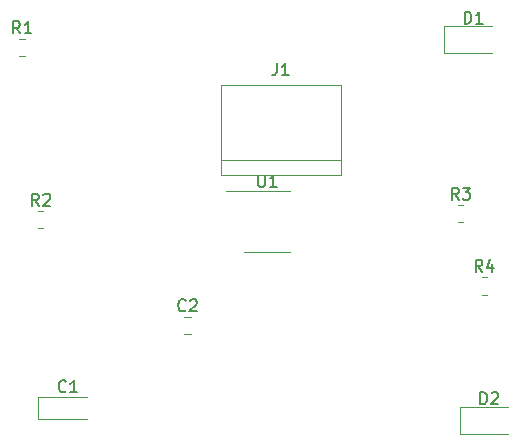
<source format=gbr>
%TF.GenerationSoftware,KiCad,Pcbnew,(6.0.10)*%
%TF.CreationDate,2023-02-17T12:42:37-08:00*%
%TF.ProjectId,exercise2,65786572-6369-4736-9532-2e6b69636164,rev?*%
%TF.SameCoordinates,Original*%
%TF.FileFunction,Legend,Top*%
%TF.FilePolarity,Positive*%
%FSLAX46Y46*%
G04 Gerber Fmt 4.6, Leading zero omitted, Abs format (unit mm)*
G04 Created by KiCad (PCBNEW (6.0.10)) date 2023-02-17 12:42:37*
%MOMM*%
%LPD*%
G01*
G04 APERTURE LIST*
%ADD10C,0.150000*%
%ADD11C,0.120000*%
G04 APERTURE END LIST*
D10*
%TO.C,D1*%
X165414404Y-72292380D02*
X165414404Y-71292380D01*
X165652500Y-71292380D01*
X165795357Y-71340000D01*
X165890595Y-71435238D01*
X165938214Y-71530476D01*
X165985833Y-71720952D01*
X165985833Y-71863809D01*
X165938214Y-72054285D01*
X165890595Y-72149523D01*
X165795357Y-72244761D01*
X165652500Y-72292380D01*
X165414404Y-72292380D01*
X166938214Y-72292380D02*
X166366785Y-72292380D01*
X166652500Y-72292380D02*
X166652500Y-71292380D01*
X166557261Y-71435238D01*
X166462023Y-71530476D01*
X166366785Y-71578095D01*
%TO.C,U1*%
X147948095Y-85112380D02*
X147948095Y-85921904D01*
X147995714Y-86017142D01*
X148043333Y-86064761D01*
X148138571Y-86112380D01*
X148329047Y-86112380D01*
X148424285Y-86064761D01*
X148471904Y-86017142D01*
X148519523Y-85921904D01*
X148519523Y-85112380D01*
X149519523Y-86112380D02*
X148948095Y-86112380D01*
X149233809Y-86112380D02*
X149233809Y-85112380D01*
X149138571Y-85255238D01*
X149043333Y-85350476D01*
X148948095Y-85398095D01*
%TO.C,J1*%
X149526666Y-75652380D02*
X149526666Y-76366666D01*
X149479047Y-76509523D01*
X149383809Y-76604761D01*
X149240952Y-76652380D01*
X149145714Y-76652380D01*
X150526666Y-76652380D02*
X149955238Y-76652380D01*
X150240952Y-76652380D02*
X150240952Y-75652380D01*
X150145714Y-75795238D01*
X150050476Y-75890476D01*
X149955238Y-75938095D01*
%TO.C,R4*%
X166918653Y-93297380D02*
X166585320Y-92821190D01*
X166347224Y-93297380D02*
X166347224Y-92297380D01*
X166728177Y-92297380D01*
X166823415Y-92345000D01*
X166871034Y-92392619D01*
X166918653Y-92487857D01*
X166918653Y-92630714D01*
X166871034Y-92725952D01*
X166823415Y-92773571D01*
X166728177Y-92821190D01*
X166347224Y-92821190D01*
X167775796Y-92630714D02*
X167775796Y-93297380D01*
X167537700Y-92249761D02*
X167299605Y-92964047D01*
X167918653Y-92964047D01*
%TO.C,D2*%
X166761904Y-104512380D02*
X166761904Y-103512380D01*
X167000000Y-103512380D01*
X167142857Y-103560000D01*
X167238095Y-103655238D01*
X167285714Y-103750476D01*
X167333333Y-103940952D01*
X167333333Y-104083809D01*
X167285714Y-104274285D01*
X167238095Y-104369523D01*
X167142857Y-104464761D01*
X167000000Y-104512380D01*
X166761904Y-104512380D01*
X167714285Y-103607619D02*
X167761904Y-103560000D01*
X167857142Y-103512380D01*
X168095238Y-103512380D01*
X168190476Y-103560000D01*
X168238095Y-103607619D01*
X168285714Y-103702857D01*
X168285714Y-103798095D01*
X168238095Y-103940952D01*
X167666666Y-104512380D01*
X168285714Y-104512380D01*
%TO.C,C1*%
X131660833Y-103412142D02*
X131613214Y-103459761D01*
X131470357Y-103507380D01*
X131375119Y-103507380D01*
X131232261Y-103459761D01*
X131137023Y-103364523D01*
X131089404Y-103269285D01*
X131041785Y-103078809D01*
X131041785Y-102935952D01*
X131089404Y-102745476D01*
X131137023Y-102650238D01*
X131232261Y-102555000D01*
X131375119Y-102507380D01*
X131470357Y-102507380D01*
X131613214Y-102555000D01*
X131660833Y-102602619D01*
X132613214Y-103507380D02*
X132041785Y-103507380D01*
X132327500Y-103507380D02*
X132327500Y-102507380D01*
X132232261Y-102650238D01*
X132137023Y-102745476D01*
X132041785Y-102793095D01*
%TO.C,R3*%
X164933333Y-87187380D02*
X164600000Y-86711190D01*
X164361904Y-87187380D02*
X164361904Y-86187380D01*
X164742857Y-86187380D01*
X164838095Y-86235000D01*
X164885714Y-86282619D01*
X164933333Y-86377857D01*
X164933333Y-86520714D01*
X164885714Y-86615952D01*
X164838095Y-86663571D01*
X164742857Y-86711190D01*
X164361904Y-86711190D01*
X165266666Y-86187380D02*
X165885714Y-86187380D01*
X165552380Y-86568333D01*
X165695238Y-86568333D01*
X165790476Y-86615952D01*
X165838095Y-86663571D01*
X165885714Y-86758809D01*
X165885714Y-86996904D01*
X165838095Y-87092142D01*
X165790476Y-87139761D01*
X165695238Y-87187380D01*
X165409523Y-87187380D01*
X165314285Y-87139761D01*
X165266666Y-87092142D01*
%TO.C,C2*%
X141794585Y-96557142D02*
X141746966Y-96604761D01*
X141604109Y-96652380D01*
X141508871Y-96652380D01*
X141366013Y-96604761D01*
X141270775Y-96509523D01*
X141223156Y-96414285D01*
X141175537Y-96223809D01*
X141175537Y-96080952D01*
X141223156Y-95890476D01*
X141270775Y-95795238D01*
X141366013Y-95700000D01*
X141508871Y-95652380D01*
X141604109Y-95652380D01*
X141746966Y-95700000D01*
X141794585Y-95747619D01*
X142175537Y-95747619D02*
X142223156Y-95700000D01*
X142318394Y-95652380D01*
X142556490Y-95652380D01*
X142651728Y-95700000D01*
X142699347Y-95747619D01*
X142746966Y-95842857D01*
X142746966Y-95938095D01*
X142699347Y-96080952D01*
X142127918Y-96652380D01*
X142746966Y-96652380D01*
%TO.C,R1*%
X127782781Y-73107380D02*
X127449448Y-72631190D01*
X127211352Y-73107380D02*
X127211352Y-72107380D01*
X127592305Y-72107380D01*
X127687543Y-72155000D01*
X127735162Y-72202619D01*
X127782781Y-72297857D01*
X127782781Y-72440714D01*
X127735162Y-72535952D01*
X127687543Y-72583571D01*
X127592305Y-72631190D01*
X127211352Y-72631190D01*
X128735162Y-73107380D02*
X128163733Y-73107380D01*
X128449448Y-73107380D02*
X128449448Y-72107380D01*
X128354209Y-72250238D01*
X128258971Y-72345476D01*
X128163733Y-72393095D01*
%TO.C,R2*%
X129373333Y-87702380D02*
X129040000Y-87226190D01*
X128801904Y-87702380D02*
X128801904Y-86702380D01*
X129182857Y-86702380D01*
X129278095Y-86750000D01*
X129325714Y-86797619D01*
X129373333Y-86892857D01*
X129373333Y-87035714D01*
X129325714Y-87130952D01*
X129278095Y-87178571D01*
X129182857Y-87226190D01*
X128801904Y-87226190D01*
X129754285Y-86797619D02*
X129801904Y-86750000D01*
X129897142Y-86702380D01*
X130135238Y-86702380D01*
X130230476Y-86750000D01*
X130278095Y-86797619D01*
X130325714Y-86892857D01*
X130325714Y-86988095D01*
X130278095Y-87130952D01*
X129706666Y-87702380D01*
X130325714Y-87702380D01*
D11*
%TO.C,D1*%
X167752500Y-72525000D02*
X163692500Y-72525000D01*
X163692500Y-72525000D02*
X163692500Y-74795000D01*
X163692500Y-74795000D02*
X167752500Y-74795000D01*
%TO.C,U1*%
X148710000Y-86500000D02*
X145260000Y-86500000D01*
X148710000Y-91620000D02*
X150660000Y-91620000D01*
X148710000Y-91620000D02*
X146760000Y-91620000D01*
X148710000Y-86500000D02*
X150660000Y-86500000D01*
%TO.C,J1*%
X144780000Y-85090000D02*
X154940000Y-85090000D01*
X154940000Y-77470000D02*
X144780000Y-77470000D01*
X154940000Y-83820000D02*
X144780000Y-83820000D01*
X154940000Y-85090000D02*
X154940000Y-77470000D01*
X144780000Y-77470000D02*
X144780000Y-85090000D01*
%TO.C,R4*%
X166858256Y-93760000D02*
X167312384Y-93760000D01*
X166858256Y-95230000D02*
X167312384Y-95230000D01*
%TO.C,D2*%
X165040000Y-104745000D02*
X165040000Y-107015000D01*
X165040000Y-107015000D02*
X169100000Y-107015000D01*
X169100000Y-104745000D02*
X165040000Y-104745000D01*
%TO.C,C1*%
X133427500Y-103870000D02*
X129342500Y-103870000D01*
X129342500Y-103870000D02*
X129342500Y-105740000D01*
X129342500Y-105740000D02*
X133427500Y-105740000D01*
%TO.C,R3*%
X164872936Y-87650000D02*
X165327064Y-87650000D01*
X164872936Y-89120000D02*
X165327064Y-89120000D01*
%TO.C,C2*%
X141700000Y-97145000D02*
X142222504Y-97145000D01*
X141700000Y-98615000D02*
X142222504Y-98615000D01*
%TO.C,R1*%
X127722384Y-73570000D02*
X128176512Y-73570000D01*
X127722384Y-75040000D02*
X128176512Y-75040000D01*
%TO.C,R2*%
X129312936Y-88165000D02*
X129767064Y-88165000D01*
X129312936Y-89635000D02*
X129767064Y-89635000D01*
%TD*%
M02*

</source>
